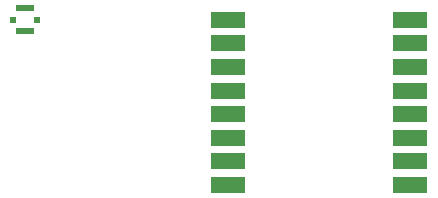
<source format=gbr>
%TF.GenerationSoftware,KiCad,Pcbnew,(6.0.5)*%
%TF.CreationDate,2022-07-01T12:58:53+07:00*%
%TF.ProjectId,MARUKO_RS485_PoC,4d415255-4b4f-45f5-9253-3438355f506f,rev?*%
%TF.SameCoordinates,Original*%
%TF.FileFunction,Paste,Top*%
%TF.FilePolarity,Positive*%
%FSLAX46Y46*%
G04 Gerber Fmt 4.6, Leading zero omitted, Abs format (unit mm)*
G04 Created by KiCad (PCBNEW (6.0.5)) date 2022-07-01 12:58:53*
%MOMM*%
%LPD*%
G01*
G04 APERTURE LIST*
%ADD10R,3.000000X1.400000*%
%ADD11R,0.600000X0.600000*%
%ADD12R,1.580000X0.580000*%
%ADD13R,0.500000X0.500000*%
G04 APERTURE END LIST*
D10*
%TO.C,U26*%
X130450000Y-89700000D03*
X130450000Y-87700000D03*
X130450000Y-85700000D03*
X130450000Y-83700000D03*
X130450000Y-81700000D03*
X130450000Y-79700000D03*
X130450000Y-77700000D03*
X130450000Y-75700000D03*
X115050000Y-75700000D03*
X115050000Y-77700000D03*
X115050000Y-79700000D03*
X115050000Y-81700000D03*
X115050000Y-83700000D03*
X115050000Y-85700000D03*
X115050000Y-87700000D03*
X115050000Y-89700000D03*
%TD*%
D11*
%TO.C,J7*%
X98850000Y-75700000D03*
D12*
X97850000Y-76660000D03*
D13*
X96850000Y-75700000D03*
D12*
X97850000Y-74740000D03*
%TD*%
M02*

</source>
